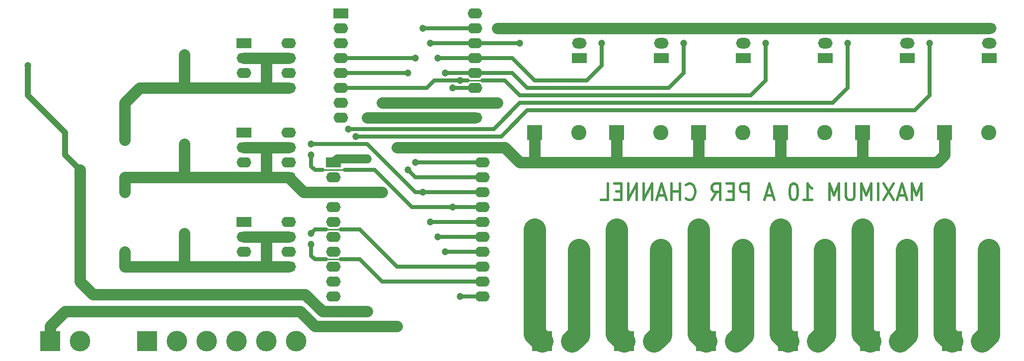
<source format=gbr>
G04 #@! TF.GenerationSoftware,KiCad,Pcbnew,(5.1.10)-1*
G04 #@! TF.CreationDate,2021-10-04T14:19:23-03:00*
G04 #@! TF.ProjectId,ESP-relay_6ch,4553502d-7265-46c6-9179-5f3663682e6b,rev?*
G04 #@! TF.SameCoordinates,Original*
G04 #@! TF.FileFunction,Copper,L2,Bot*
G04 #@! TF.FilePolarity,Positive*
%FSLAX46Y46*%
G04 Gerber Fmt 4.6, Leading zero omitted, Abs format (unit mm)*
G04 Created by KiCad (PCBNEW (5.1.10)-1) date 2021-10-04 14:19:23*
%MOMM*%
%LPD*%
G01*
G04 APERTURE LIST*
G04 #@! TA.AperFunction,NonConductor*
%ADD10C,0.400000*%
G04 #@! TD*
G04 #@! TA.AperFunction,ComponentPad*
%ADD11C,3.500000*%
G04 #@! TD*
G04 #@! TA.AperFunction,ComponentPad*
%ADD12R,3.500000X3.500000*%
G04 #@! TD*
G04 #@! TA.AperFunction,ComponentPad*
%ADD13C,2.600000*%
G04 #@! TD*
G04 #@! TA.AperFunction,ComponentPad*
%ADD14R,2.600000X2.600000*%
G04 #@! TD*
G04 #@! TA.AperFunction,ComponentPad*
%ADD15O,2.500000X1.750000*%
G04 #@! TD*
G04 #@! TA.AperFunction,ComponentPad*
%ADD16R,2.500000X1.750000*%
G04 #@! TD*
G04 #@! TA.AperFunction,ComponentPad*
%ADD17C,2.500000*%
G04 #@! TD*
G04 #@! TA.AperFunction,ComponentPad*
%ADD18R,2.500000X1.800000*%
G04 #@! TD*
G04 #@! TA.AperFunction,ComponentPad*
%ADD19O,2.500000X1.800000*%
G04 #@! TD*
G04 #@! TA.AperFunction,ViaPad*
%ADD20C,1.200000*%
G04 #@! TD*
G04 #@! TA.AperFunction,Conductor*
%ADD21C,1.905000*%
G04 #@! TD*
G04 #@! TA.AperFunction,Conductor*
%ADD22C,1.016000*%
G04 #@! TD*
G04 #@! TA.AperFunction,Conductor*
%ADD23C,1.524000*%
G04 #@! TD*
G04 #@! TA.AperFunction,Conductor*
%ADD24C,0.635000*%
G04 #@! TD*
G04 #@! TA.AperFunction,Conductor*
%ADD25C,0.254000*%
G04 #@! TD*
G04 #@! TA.AperFunction,Conductor*
%ADD26C,3.810000*%
G04 #@! TD*
G04 APERTURE END LIST*
D10*
X220817857Y-99056666D02*
X220817857Y-96256666D01*
X219984523Y-98256666D01*
X219151190Y-96256666D01*
X219151190Y-99056666D01*
X218079761Y-98256666D02*
X216889285Y-98256666D01*
X218317857Y-99056666D02*
X217484523Y-96256666D01*
X216651190Y-99056666D01*
X216055952Y-96256666D02*
X214389285Y-99056666D01*
X214389285Y-96256666D02*
X216055952Y-99056666D01*
X213436904Y-99056666D02*
X213436904Y-96256666D01*
X212246428Y-99056666D02*
X212246428Y-96256666D01*
X211413095Y-98256666D01*
X210579761Y-96256666D01*
X210579761Y-99056666D01*
X209389285Y-96256666D02*
X209389285Y-98523333D01*
X209270238Y-98790000D01*
X209151190Y-98923333D01*
X208913095Y-99056666D01*
X208436904Y-99056666D01*
X208198809Y-98923333D01*
X208079761Y-98790000D01*
X207960714Y-98523333D01*
X207960714Y-96256666D01*
X206770238Y-99056666D02*
X206770238Y-96256666D01*
X205936904Y-98256666D01*
X205103571Y-96256666D01*
X205103571Y-99056666D01*
X200698809Y-99056666D02*
X202127380Y-99056666D01*
X201413095Y-99056666D02*
X201413095Y-96256666D01*
X201651190Y-96656666D01*
X201889285Y-96923333D01*
X202127380Y-97056666D01*
X199151190Y-96256666D02*
X198913095Y-96256666D01*
X198675000Y-96390000D01*
X198555952Y-96523333D01*
X198436904Y-96790000D01*
X198317857Y-97323333D01*
X198317857Y-97990000D01*
X198436904Y-98523333D01*
X198555952Y-98790000D01*
X198675000Y-98923333D01*
X198913095Y-99056666D01*
X199151190Y-99056666D01*
X199389285Y-98923333D01*
X199508333Y-98790000D01*
X199627380Y-98523333D01*
X199746428Y-97990000D01*
X199746428Y-97323333D01*
X199627380Y-96790000D01*
X199508333Y-96523333D01*
X199389285Y-96390000D01*
X199151190Y-96256666D01*
X195460714Y-98256666D02*
X194270238Y-98256666D01*
X195698809Y-99056666D02*
X194865476Y-96256666D01*
X194032142Y-99056666D01*
X191294047Y-99056666D02*
X191294047Y-96256666D01*
X190341666Y-96256666D01*
X190103571Y-96390000D01*
X189984523Y-96523333D01*
X189865476Y-96790000D01*
X189865476Y-97190000D01*
X189984523Y-97456666D01*
X190103571Y-97590000D01*
X190341666Y-97723333D01*
X191294047Y-97723333D01*
X188794047Y-97590000D02*
X187960714Y-97590000D01*
X187603571Y-99056666D02*
X188794047Y-99056666D01*
X188794047Y-96256666D01*
X187603571Y-96256666D01*
X185103571Y-99056666D02*
X185936904Y-97723333D01*
X186532142Y-99056666D02*
X186532142Y-96256666D01*
X185579761Y-96256666D01*
X185341666Y-96390000D01*
X185222619Y-96523333D01*
X185103571Y-96790000D01*
X185103571Y-97190000D01*
X185222619Y-97456666D01*
X185341666Y-97590000D01*
X185579761Y-97723333D01*
X186532142Y-97723333D01*
X180698809Y-98790000D02*
X180817857Y-98923333D01*
X181175000Y-99056666D01*
X181413095Y-99056666D01*
X181770238Y-98923333D01*
X182008333Y-98656666D01*
X182127380Y-98390000D01*
X182246428Y-97856666D01*
X182246428Y-97456666D01*
X182127380Y-96923333D01*
X182008333Y-96656666D01*
X181770238Y-96390000D01*
X181413095Y-96256666D01*
X181175000Y-96256666D01*
X180817857Y-96390000D01*
X180698809Y-96523333D01*
X179627380Y-99056666D02*
X179627380Y-96256666D01*
X179627380Y-97590000D02*
X178198809Y-97590000D01*
X178198809Y-99056666D02*
X178198809Y-96256666D01*
X177127380Y-98256666D02*
X175936904Y-98256666D01*
X177365476Y-99056666D02*
X176532142Y-96256666D01*
X175698809Y-99056666D01*
X174865476Y-99056666D02*
X174865476Y-96256666D01*
X173436904Y-99056666D01*
X173436904Y-96256666D01*
X172246428Y-99056666D02*
X172246428Y-96256666D01*
X170817857Y-99056666D01*
X170817857Y-96256666D01*
X169627380Y-97590000D02*
X168794047Y-97590000D01*
X168436904Y-99056666D02*
X169627380Y-99056666D01*
X169627380Y-96256666D01*
X168436904Y-96256666D01*
X166175000Y-99056666D02*
X167365476Y-99056666D01*
X167365476Y-96256666D01*
D11*
G04 #@! TO.P,J2,6*
G04 #@! TO.N,Net-(J2-Pad6)*
X114300000Y-123190000D03*
G04 #@! TO.P,J2,5*
G04 #@! TO.N,Net-(J2-Pad5)*
X109220000Y-123190000D03*
G04 #@! TO.P,J2,4*
G04 #@! TO.N,Net-(J2-Pad4)*
X104140000Y-123190000D03*
G04 #@! TO.P,J2,3*
G04 #@! TO.N,Net-(J2-Pad3)*
X99060000Y-123190000D03*
G04 #@! TO.P,J2,2*
G04 #@! TO.N,Net-(J2-Pad2)*
X93980000Y-123190000D03*
D12*
G04 #@! TO.P,J2,1*
G04 #@! TO.N,Net-(J2-Pad1)*
X88900000Y-123190000D03*
G04 #@! TD*
D13*
G04 #@! TO.P,K1,4*
G04 #@! TO.N,Net-(D11-Pad1)*
X162440000Y-87630000D03*
D11*
G04 #@! TO.P,K1,3*
G04 #@! TO.N,Net-(J3-Pad2)*
X162440000Y-107630000D03*
G04 #@! TO.P,K1,2*
G04 #@! TO.N,Net-(J3-Pad1)*
X154940000Y-104130000D03*
D14*
G04 #@! TO.P,K1,1*
G04 #@! TO.N,+24V*
X154940000Y-87630000D03*
G04 #@! TD*
D15*
G04 #@! TO.P,U3,16*
G04 #@! TO.N,Net-(U3-Pad16)*
X144780000Y-67310000D03*
G04 #@! TO.P,U3,15*
G04 #@! TO.N,/32-GPI35*
X144780000Y-69850000D03*
G04 #@! TO.P,U3,14*
G04 #@! TO.N,/32-GPIO33*
X144780000Y-72390000D03*
G04 #@! TO.P,U3,13*
G04 #@! TO.N,/32-GPIO32*
X144780000Y-74930000D03*
G04 #@! TO.P,U3,12*
G04 #@! TO.N,/32-GPIO16*
X144780000Y-77470000D03*
G04 #@! TO.P,U3,11*
G04 #@! TO.N,/32-GPI34*
X144780000Y-80010000D03*
G04 #@! TO.P,U3,10*
G04 #@! TO.N,GNDREF*
X144780000Y-82550000D03*
G04 #@! TO.P,U3,9*
G04 #@! TO.N,+5V*
X144780000Y-85090000D03*
G04 #@! TO.P,U3,8*
G04 #@! TO.N,+3V3*
X121920000Y-85090000D03*
G04 #@! TO.P,U3,7*
G04 #@! TO.N,Net-(U3-Pad7)*
X121920000Y-82550000D03*
G04 #@! TO.P,U3,6*
G04 #@! TO.N,/32-GPIO13*
X121920000Y-80010000D03*
G04 #@! TO.P,U3,5*
G04 #@! TO.N,/32-GPI36*
X121920000Y-77470000D03*
G04 #@! TO.P,U3,4*
G04 #@! TO.N,/32-GPI39*
X121920000Y-74930000D03*
G04 #@! TO.P,U3,3*
G04 #@! TO.N,Net-(U3-Pad3)*
X121920000Y-72390000D03*
D16*
G04 #@! TO.P,U3,1*
G04 #@! TO.N,Net-(U3-Pad1)*
X121920000Y-67310000D03*
D15*
G04 #@! TO.P,U3,2*
G04 #@! TO.N,Net-(U3-Pad2)*
X121920000Y-69850000D03*
G04 #@! TD*
D17*
G04 #@! TO.P,RV1,2*
G04 #@! TO.N,Net-(J3-Pad2)*
X162440000Y-114430000D03*
G04 #@! TO.P,RV1,1*
G04 #@! TO.N,Net-(J3-Pad1)*
X154940000Y-113030000D03*
G04 #@! TD*
D12*
G04 #@! TO.P,J3,1*
G04 #@! TO.N,Net-(J3-Pad1)*
X156210000Y-123190000D03*
D11*
G04 #@! TO.P,J3,2*
G04 #@! TO.N,Net-(J3-Pad2)*
X161290000Y-123190000D03*
G04 #@! TD*
D12*
G04 #@! TO.P,J1,1*
G04 #@! TO.N,+24V*
X72390000Y-123190000D03*
D11*
G04 #@! TO.P,J1,2*
G04 #@! TO.N,GNDREF*
X77470000Y-123190000D03*
G04 #@! TD*
D15*
G04 #@! TO.P,U2,17*
G04 #@! TO.N,/32-GPI34*
X146050000Y-100330000D03*
G04 #@! TO.P,U2,18*
G04 #@! TO.N,/32-GPI35*
X146050000Y-97790000D03*
G04 #@! TO.P,U2,10*
G04 #@! TO.N,Net-(U2-Pad10)*
X120650000Y-115570000D03*
G04 #@! TO.P,U2,9*
G04 #@! TO.N,/32-GPIO4*
X120650000Y-113030000D03*
G04 #@! TO.P,U2,16*
G04 #@! TO.N,/32-GPIO33*
X146050000Y-102870000D03*
G04 #@! TO.P,U2,15*
G04 #@! TO.N,/32-GPIO32*
X146050000Y-105410000D03*
G04 #@! TO.P,U2,14*
G04 #@! TO.N,/32-GPIO16*
X146050000Y-107950000D03*
G04 #@! TO.P,U2,13*
G04 #@! TO.N,/32-GPIO15*
X146050000Y-110490000D03*
G04 #@! TO.P,U2,12*
G04 #@! TO.N,/32-GPIO14*
X146050000Y-113030000D03*
G04 #@! TO.P,U2,11*
G04 #@! TO.N,/32-GPIO13*
X146050000Y-115570000D03*
G04 #@! TO.P,U2,20*
G04 #@! TO.N,/32-GPI39*
X146050000Y-92710000D03*
G04 #@! TO.P,U2,19*
G04 #@! TO.N,/32-GPI36*
X146050000Y-95250000D03*
G04 #@! TO.P,U2,8*
G04 #@! TO.N,Net-(U2-Pad8)*
X120650000Y-110490000D03*
G04 #@! TO.P,U2,7*
G04 #@! TO.N,/32-GPIO2*
X120650000Y-107950000D03*
G04 #@! TO.P,U2,6*
G04 #@! TO.N,Net-(U2-Pad6)*
X120650000Y-105410000D03*
G04 #@! TO.P,U2,5*
G04 #@! TO.N,Net-(U2-Pad5)*
X120650000Y-102870000D03*
G04 #@! TO.P,U2,4*
G04 #@! TO.N,Net-(U2-Pad4)*
X120650000Y-100330000D03*
G04 #@! TO.P,U2,3*
G04 #@! TO.N,GNDREF*
X120650000Y-97790000D03*
D16*
G04 #@! TO.P,U2,1*
G04 #@! TO.N,+5V*
X120650000Y-92710000D03*
D15*
G04 #@! TO.P,U2,2*
G04 #@! TO.N,+3V3*
X120650000Y-95250000D03*
G04 #@! TD*
D12*
G04 #@! TO.P,J4,1*
G04 #@! TO.N,Net-(J4-Pad1)*
X170180000Y-123190000D03*
D11*
G04 #@! TO.P,J4,2*
G04 #@! TO.N,Net-(J4-Pad2)*
X175260000Y-123190000D03*
G04 #@! TD*
D12*
G04 #@! TO.P,J5,1*
G04 #@! TO.N,Net-(J5-Pad1)*
X184150000Y-123190000D03*
D11*
G04 #@! TO.P,J5,2*
G04 #@! TO.N,Net-(J5-Pad2)*
X189230000Y-123190000D03*
G04 #@! TD*
D12*
G04 #@! TO.P,J6,1*
G04 #@! TO.N,Net-(J6-Pad1)*
X198120000Y-123190000D03*
D11*
G04 #@! TO.P,J6,2*
G04 #@! TO.N,Net-(J6-Pad2)*
X203200000Y-123190000D03*
G04 #@! TD*
D12*
G04 #@! TO.P,J7,1*
G04 #@! TO.N,Net-(J7-Pad1)*
X212090000Y-123190000D03*
D11*
G04 #@! TO.P,J7,2*
G04 #@! TO.N,Net-(J7-Pad2)*
X217170000Y-123190000D03*
G04 #@! TD*
D12*
G04 #@! TO.P,J8,1*
G04 #@! TO.N,Net-(J8-Pad1)*
X226060000Y-123190000D03*
D11*
G04 #@! TO.P,J8,2*
G04 #@! TO.N,Net-(J8-Pad2)*
X231140000Y-123190000D03*
G04 #@! TD*
D13*
G04 #@! TO.P,K2,4*
G04 #@! TO.N,Net-(D13-Pad1)*
X176410000Y-87630000D03*
D11*
G04 #@! TO.P,K2,3*
G04 #@! TO.N,Net-(J4-Pad2)*
X176410000Y-107630000D03*
G04 #@! TO.P,K2,2*
G04 #@! TO.N,Net-(J4-Pad1)*
X168910000Y-104130000D03*
D14*
G04 #@! TO.P,K2,1*
G04 #@! TO.N,+24V*
X168910000Y-87630000D03*
G04 #@! TD*
D13*
G04 #@! TO.P,K3,4*
G04 #@! TO.N,Net-(D15-Pad1)*
X190380000Y-87630000D03*
D11*
G04 #@! TO.P,K3,3*
G04 #@! TO.N,Net-(J5-Pad2)*
X190380000Y-107630000D03*
G04 #@! TO.P,K3,2*
G04 #@! TO.N,Net-(J5-Pad1)*
X182880000Y-104130000D03*
D14*
G04 #@! TO.P,K3,1*
G04 #@! TO.N,+24V*
X182880000Y-87630000D03*
G04 #@! TD*
D13*
G04 #@! TO.P,K4,4*
G04 #@! TO.N,Net-(D17-Pad1)*
X204350000Y-87630000D03*
D11*
G04 #@! TO.P,K4,3*
G04 #@! TO.N,Net-(J6-Pad2)*
X204350000Y-107630000D03*
G04 #@! TO.P,K4,2*
G04 #@! TO.N,Net-(J6-Pad1)*
X196850000Y-104130000D03*
D14*
G04 #@! TO.P,K4,1*
G04 #@! TO.N,+24V*
X196850000Y-87630000D03*
G04 #@! TD*
D13*
G04 #@! TO.P,K5,4*
G04 #@! TO.N,Net-(D19-Pad1)*
X218320000Y-87630000D03*
D11*
G04 #@! TO.P,K5,3*
G04 #@! TO.N,Net-(J7-Pad2)*
X218320000Y-107630000D03*
G04 #@! TO.P,K5,2*
G04 #@! TO.N,Net-(J7-Pad1)*
X210820000Y-104130000D03*
D14*
G04 #@! TO.P,K5,1*
G04 #@! TO.N,+24V*
X210820000Y-87630000D03*
G04 #@! TD*
D13*
G04 #@! TO.P,K6,4*
G04 #@! TO.N,Net-(D21-Pad1)*
X232290000Y-87630000D03*
D11*
G04 #@! TO.P,K6,3*
G04 #@! TO.N,Net-(J8-Pad2)*
X232290000Y-107630000D03*
G04 #@! TO.P,K6,2*
G04 #@! TO.N,Net-(J8-Pad1)*
X224790000Y-104130000D03*
D14*
G04 #@! TO.P,K6,1*
G04 #@! TO.N,+24V*
X224790000Y-87630000D03*
G04 #@! TD*
D17*
G04 #@! TO.P,RV2,2*
G04 #@! TO.N,Net-(J4-Pad2)*
X176410000Y-114430000D03*
G04 #@! TO.P,RV2,1*
G04 #@! TO.N,Net-(J4-Pad1)*
X168910000Y-113030000D03*
G04 #@! TD*
G04 #@! TO.P,RV3,2*
G04 #@! TO.N,Net-(J5-Pad2)*
X190380000Y-114430000D03*
G04 #@! TO.P,RV3,1*
G04 #@! TO.N,Net-(J5-Pad1)*
X182880000Y-113030000D03*
G04 #@! TD*
G04 #@! TO.P,RV4,2*
G04 #@! TO.N,Net-(J6-Pad2)*
X204350000Y-114430000D03*
G04 #@! TO.P,RV4,1*
G04 #@! TO.N,Net-(J6-Pad1)*
X196850000Y-113030000D03*
G04 #@! TD*
G04 #@! TO.P,RV5,2*
G04 #@! TO.N,Net-(J7-Pad2)*
X218320000Y-114430000D03*
G04 #@! TO.P,RV5,1*
G04 #@! TO.N,Net-(J7-Pad1)*
X210820000Y-113030000D03*
G04 #@! TD*
G04 #@! TO.P,RV6,2*
G04 #@! TO.N,Net-(J8-Pad2)*
X232290000Y-114430000D03*
G04 #@! TO.P,RV6,1*
G04 #@! TO.N,Net-(J8-Pad1)*
X224790000Y-113030000D03*
G04 #@! TD*
D18*
G04 #@! TO.P,Q1,1*
G04 #@! TO.N,Net-(D11-Pad1)*
X162560000Y-74930000D03*
D19*
G04 #@! TO.P,Q1,3*
G04 #@! TO.N,GNDREF*
X162560000Y-69850000D03*
G04 #@! TO.P,Q1,2*
G04 #@! TO.N,Net-(Q1-Pad2)*
X162560000Y-72390000D03*
G04 #@! TD*
G04 #@! TO.P,Q2,2*
G04 #@! TO.N,Net-(Q2-Pad2)*
X176530000Y-72390000D03*
G04 #@! TO.P,Q2,3*
G04 #@! TO.N,GNDREF*
X176530000Y-69850000D03*
D18*
G04 #@! TO.P,Q2,1*
G04 #@! TO.N,Net-(D13-Pad1)*
X176530000Y-74930000D03*
G04 #@! TD*
D19*
G04 #@! TO.P,Q3,2*
G04 #@! TO.N,Net-(Q3-Pad2)*
X190500000Y-72390000D03*
G04 #@! TO.P,Q3,3*
G04 #@! TO.N,GNDREF*
X190500000Y-69850000D03*
D18*
G04 #@! TO.P,Q3,1*
G04 #@! TO.N,Net-(D15-Pad1)*
X190500000Y-74930000D03*
G04 #@! TD*
G04 #@! TO.P,Q4,1*
G04 #@! TO.N,Net-(D17-Pad1)*
X204470000Y-74930000D03*
D19*
G04 #@! TO.P,Q4,3*
G04 #@! TO.N,GNDREF*
X204470000Y-69850000D03*
G04 #@! TO.P,Q4,2*
G04 #@! TO.N,Net-(Q4-Pad2)*
X204470000Y-72390000D03*
G04 #@! TD*
G04 #@! TO.P,Q5,2*
G04 #@! TO.N,Net-(Q5-Pad2)*
X218440000Y-72390000D03*
G04 #@! TO.P,Q5,3*
G04 #@! TO.N,GNDREF*
X218440000Y-69850000D03*
D18*
G04 #@! TO.P,Q5,1*
G04 #@! TO.N,Net-(D19-Pad1)*
X218440000Y-74930000D03*
G04 #@! TD*
G04 #@! TO.P,Q6,1*
G04 #@! TO.N,Net-(D21-Pad1)*
X232410000Y-74930000D03*
D19*
G04 #@! TO.P,Q6,3*
G04 #@! TO.N,GNDREF*
X232410000Y-69850000D03*
G04 #@! TO.P,Q6,2*
G04 #@! TO.N,Net-(Q6-Pad2)*
X232410000Y-72390000D03*
G04 #@! TD*
D16*
G04 #@! TO.P,U4,1*
G04 #@! TO.N,Net-(D5-Pad2)*
X105410000Y-72390000D03*
D15*
G04 #@! TO.P,U4,5*
G04 #@! TO.N,GNDREF*
X113030000Y-80010000D03*
G04 #@! TO.P,U4,2*
X105410000Y-74930000D03*
G04 #@! TO.P,U4,6*
G04 #@! TO.N,/32-GPI36*
X113030000Y-77470000D03*
G04 #@! TO.P,U4,3*
G04 #@! TO.N,Net-(D6-Pad2)*
X105410000Y-77470000D03*
G04 #@! TO.P,U4,7*
G04 #@! TO.N,GNDREF*
X113030000Y-74930000D03*
G04 #@! TO.P,U4,4*
X105410000Y-80010000D03*
G04 #@! TO.P,U4,8*
G04 #@! TO.N,/32-GPI39*
X113030000Y-72390000D03*
G04 #@! TD*
G04 #@! TO.P,U5,8*
G04 #@! TO.N,/32-GPI35*
X113030000Y-87630000D03*
G04 #@! TO.P,U5,4*
G04 #@! TO.N,GNDREF*
X105410000Y-95250000D03*
G04 #@! TO.P,U5,7*
X113030000Y-90170000D03*
G04 #@! TO.P,U5,3*
G04 #@! TO.N,Net-(D8-Pad2)*
X105410000Y-92710000D03*
G04 #@! TO.P,U5,6*
G04 #@! TO.N,/32-GPI34*
X113030000Y-92710000D03*
G04 #@! TO.P,U5,2*
G04 #@! TO.N,GNDREF*
X105410000Y-90170000D03*
G04 #@! TO.P,U5,5*
X113030000Y-95250000D03*
D16*
G04 #@! TO.P,U5,1*
G04 #@! TO.N,Net-(D7-Pad2)*
X105410000Y-87630000D03*
G04 #@! TD*
G04 #@! TO.P,U6,1*
G04 #@! TO.N,Net-(D9-Pad2)*
X105410000Y-102870000D03*
D15*
G04 #@! TO.P,U6,5*
G04 #@! TO.N,GNDREF*
X113030000Y-110490000D03*
G04 #@! TO.P,U6,2*
X105410000Y-105410000D03*
G04 #@! TO.P,U6,6*
G04 #@! TO.N,/32-GPIO14*
X113030000Y-107950000D03*
G04 #@! TO.P,U6,3*
G04 #@! TO.N,Net-(D10-Pad2)*
X105410000Y-107950000D03*
G04 #@! TO.P,U6,7*
G04 #@! TO.N,GNDREF*
X113030000Y-105410000D03*
G04 #@! TO.P,U6,4*
X105410000Y-110490000D03*
G04 #@! TO.P,U6,8*
G04 #@! TO.N,/32-GPIO15*
X113030000Y-102870000D03*
G04 #@! TD*
D20*
G04 #@! TO.N,GNDREF*
X148590000Y-69850000D03*
X148590000Y-82550000D03*
X85090000Y-110490000D03*
X85090000Y-95250000D03*
X85090000Y-86360000D03*
X95250000Y-89535000D03*
X95250000Y-74295000D03*
X95250000Y-104775000D03*
X85090000Y-88900000D03*
X85090000Y-97790000D03*
X85090000Y-107950000D03*
X128905000Y-82550000D03*
X128905000Y-97790000D03*
G04 #@! TO.N,+24V*
X131445000Y-90170000D03*
X131445000Y-120650000D03*
G04 #@! TO.N,+5V*
X68580000Y-76200000D03*
X77470000Y-93980000D03*
X126365000Y-85090000D03*
X126365000Y-118110000D03*
X126365000Y-92075000D03*
G04 #@! TO.N,/32-GPI34*
X140970000Y-80010000D03*
X140970000Y-100330000D03*
X116840000Y-91440000D03*
G04 #@! TO.N,/32-GPI36*
X133350000Y-77470000D03*
X133350000Y-93980000D03*
G04 #@! TO.N,/32-GPI35*
X135890000Y-97790000D03*
X135890000Y-69850000D03*
X116840000Y-89535000D03*
G04 #@! TO.N,/32-GPI39*
X134620000Y-92710000D03*
X134620000Y-74930000D03*
G04 #@! TO.N,/32-GPIO14*
X116840000Y-106680000D03*
G04 #@! TO.N,/32-GPIO15*
X116840000Y-104775000D03*
G04 #@! TO.N,/32-GPIO2*
X208280000Y-72390000D03*
X123190000Y-86995000D03*
G04 #@! TO.N,/32-GPIO4*
X222250000Y-72390000D03*
X124460000Y-88265000D03*
G04 #@! TO.N,/32-GPIO13*
X194310000Y-72390000D03*
X142240000Y-115570000D03*
X142240000Y-78740000D03*
G04 #@! TO.N,/32-GPIO16*
X180340000Y-72390000D03*
X139700000Y-77470000D03*
X139700000Y-107950000D03*
G04 #@! TO.N,/32-GPIO33*
X152400000Y-72390000D03*
X137160000Y-72390000D03*
X137160000Y-102870000D03*
G04 #@! TO.N,/32-GPIO32*
X166370000Y-72390000D03*
X138430000Y-74930000D03*
X138430000Y-105410000D03*
G04 #@! TD*
D21*
G04 #@! TO.N,GNDREF*
X232410000Y-69850000D02*
X218440000Y-69850000D01*
X218440000Y-69850000D02*
X204470000Y-69850000D01*
X204470000Y-69850000D02*
X190500000Y-69850000D01*
X190500000Y-69850000D02*
X176530000Y-69850000D01*
X176530000Y-69850000D02*
X162560000Y-69850000D01*
X115570000Y-97790000D02*
X113030000Y-95250000D01*
X120650000Y-97790000D02*
X115570000Y-97790000D01*
X162560000Y-69850000D02*
X148590000Y-69850000D01*
X148590000Y-82550000D02*
X144780000Y-82550000D01*
X109220000Y-105410000D02*
X109220000Y-110490000D01*
X109220000Y-110490000D02*
X105410000Y-110490000D01*
X113030000Y-110490000D02*
X109220000Y-110490000D01*
X113030000Y-105410000D02*
X109220000Y-105410000D01*
X109220000Y-105410000D02*
X105410000Y-105410000D01*
X109220000Y-74930000D02*
X109220000Y-80010000D01*
X113030000Y-80010000D02*
X109220000Y-80010000D01*
X109220000Y-80010000D02*
X105410000Y-80010000D01*
X113030000Y-74930000D02*
X109220000Y-74930000D01*
X109220000Y-74930000D02*
X105410000Y-74930000D01*
X109220000Y-90170000D02*
X109220000Y-95250000D01*
X109220000Y-95250000D02*
X105410000Y-95250000D01*
X113030000Y-95250000D02*
X109220000Y-95250000D01*
X113030000Y-90170000D02*
X109220000Y-90170000D01*
X109220000Y-90170000D02*
X105410000Y-90170000D01*
X85090000Y-82550000D02*
X85090000Y-86360000D01*
X87630000Y-80010000D02*
X85090000Y-82550000D01*
X95250000Y-109855000D02*
X95885000Y-110490000D01*
X95250000Y-104775000D02*
X95250000Y-109855000D01*
X95885000Y-110490000D02*
X85090000Y-110490000D01*
X105410000Y-110490000D02*
X95885000Y-110490000D01*
X95250000Y-89535000D02*
X95250000Y-94615000D01*
X95885000Y-95250000D02*
X85090000Y-95250000D01*
X95250000Y-94615000D02*
X95885000Y-95250000D01*
X105410000Y-95250000D02*
X95885000Y-95250000D01*
X95250000Y-74295000D02*
X95250000Y-80010000D01*
X95250000Y-80010000D02*
X87630000Y-80010000D01*
X105410000Y-80010000D02*
X95250000Y-80010000D01*
X85090000Y-86360000D02*
X85090000Y-88900000D01*
X85090000Y-97790000D02*
X85090000Y-95250000D01*
X144780000Y-82550000D02*
X128905000Y-82550000D01*
X128905000Y-97790000D02*
X120650000Y-97790000D01*
X85090000Y-107950000D02*
X85090000Y-110490000D01*
G04 #@! TO.N,+24V*
X224790000Y-87630000D02*
X224790000Y-91440000D01*
X224790000Y-91440000D02*
X223520000Y-92710000D01*
X168910000Y-87630000D02*
X168910000Y-92710000D01*
X182880000Y-87630000D02*
X182880000Y-92710000D01*
X182880000Y-92710000D02*
X168910000Y-92710000D01*
X196850000Y-87630000D02*
X196850000Y-92710000D01*
X196850000Y-92710000D02*
X182880000Y-92710000D01*
X210820000Y-87630000D02*
X210820000Y-92710000D01*
X210820000Y-92710000D02*
X196850000Y-92710000D01*
X223520000Y-92710000D02*
X210820000Y-92710000D01*
X154940000Y-87630000D02*
X154940000Y-92710000D01*
X168910000Y-92710000D02*
X154940000Y-92710000D01*
X149860000Y-90170000D02*
X152400000Y-92710000D01*
X131445000Y-90170000D02*
X149860000Y-90170000D01*
X152400000Y-92710000D02*
X154940000Y-92710000D01*
X74930000Y-118110000D02*
X72390000Y-120650000D01*
X72390000Y-120650000D02*
X72390000Y-123190000D01*
X114935000Y-118110000D02*
X74930000Y-118110000D01*
X117475000Y-120650000D02*
X114935000Y-118110000D01*
X131445000Y-120650000D02*
X117475000Y-120650000D01*
D22*
G04 #@! TO.N,+5V*
X74930000Y-91440000D02*
X74930000Y-87630000D01*
X68580000Y-81280000D02*
X68580000Y-76200000D01*
X74930000Y-87630000D02*
X68580000Y-81280000D01*
D21*
X144780000Y-85090000D02*
X126365000Y-85090000D01*
X79629010Y-115189010D02*
X77470000Y-113030000D01*
X115824010Y-115189010D02*
X79629010Y-115189010D01*
X118745000Y-118110000D02*
X115824010Y-115189010D01*
X77470000Y-113030000D02*
X77470000Y-93980000D01*
X126365000Y-118110000D02*
X118745000Y-118110000D01*
D23*
X121285000Y-92075000D02*
X126365000Y-92075000D01*
X120650000Y-92710000D02*
X121285000Y-92075000D01*
D22*
X77470000Y-93980000D02*
X74930000Y-91440000D01*
D24*
G04 #@! TO.N,/32-GPI34*
X144780000Y-80010000D02*
X140970000Y-80010000D01*
X140970000Y-100330000D02*
X146050000Y-100330000D01*
X140970000Y-100330000D02*
X133985000Y-100330000D01*
X133985000Y-100330000D02*
X127635000Y-93980000D01*
X127635000Y-93980000D02*
X122555000Y-93980000D01*
D25*
X122555000Y-93980000D02*
X118745000Y-93980000D01*
D24*
X116840000Y-91440000D02*
X116840000Y-93345000D01*
X116840000Y-93345000D02*
X117475000Y-93980000D01*
X117475000Y-93980000D02*
X118745000Y-93980000D01*
G04 #@! TO.N,/32-GPI36*
X133350000Y-77470000D02*
X121920000Y-77470000D01*
X134620000Y-95250000D02*
X133350000Y-93980000D01*
X146050000Y-95250000D02*
X134620000Y-95250000D01*
G04 #@! TO.N,/32-GPI35*
X135890000Y-97790000D02*
X146050000Y-97790000D01*
X144780000Y-69850000D02*
X135890000Y-69850000D01*
X134620000Y-97790000D02*
X135890000Y-97790000D01*
X126365000Y-89535000D02*
X134620000Y-97790000D01*
X116840000Y-89535000D02*
X126365000Y-89535000D01*
G04 #@! TO.N,/32-GPI39*
X146050000Y-92710000D02*
X134620000Y-92710000D01*
X134620000Y-74930000D02*
X121920000Y-74930000D01*
G04 #@! TO.N,/32-GPIO14*
X146050000Y-113030000D02*
X128905000Y-113030000D01*
X128905000Y-113030000D02*
X125095000Y-109220000D01*
X125095000Y-109220000D02*
X121920000Y-109220000D01*
D25*
X121920000Y-109220000D02*
X119380000Y-109220000D01*
D24*
X117475000Y-109220000D02*
X119380000Y-109220000D01*
X116840000Y-108585000D02*
X117475000Y-109220000D01*
X116840000Y-106680000D02*
X116840000Y-108585000D01*
G04 #@! TO.N,/32-GPIO15*
X146050000Y-110490000D02*
X131445000Y-110490000D01*
X131445000Y-110490000D02*
X125095000Y-104140000D01*
X125095000Y-104140000D02*
X121920000Y-104140000D01*
D25*
X121920000Y-104140000D02*
X119380000Y-104140000D01*
D24*
X117475000Y-104140000D02*
X116840000Y-104775000D01*
X119380000Y-104140000D02*
X117475000Y-104140000D01*
G04 #@! TO.N,/32-GPIO2*
X205740000Y-82550000D02*
X208280000Y-80010000D01*
X208280000Y-80010000D02*
X208280000Y-72390000D01*
X152400000Y-82550000D02*
X205740000Y-82550000D01*
X147955000Y-86995000D02*
X152400000Y-82550000D01*
X123190000Y-86995000D02*
X147955000Y-86995000D01*
G04 #@! TO.N,/32-GPIO4*
X149225000Y-88265000D02*
X124460000Y-88265000D01*
X153670000Y-83820000D02*
X149225000Y-88265000D01*
X219710000Y-83820000D02*
X153670000Y-83820000D01*
X222250000Y-81280000D02*
X219710000Y-83820000D01*
X222250000Y-72390000D02*
X222250000Y-81280000D01*
D25*
G04 #@! TO.N,/32-GPIO13*
X143510000Y-78740000D02*
X146050000Y-78740000D01*
D24*
X146050000Y-115570000D02*
X142240000Y-115570000D01*
X142240000Y-78740000D02*
X143510000Y-78740000D01*
X137795000Y-78740000D02*
X142240000Y-78740000D01*
X136525000Y-80010000D02*
X137795000Y-78740000D01*
X121920000Y-80010000D02*
X136525000Y-80010000D01*
X149860000Y-78740000D02*
X146050000Y-78740000D01*
X152400000Y-81280000D02*
X149860000Y-78740000D01*
X191770000Y-81280000D02*
X152400000Y-81280000D01*
X194310000Y-78740000D02*
X191770000Y-81280000D01*
X194310000Y-72390000D02*
X194310000Y-78740000D01*
G04 #@! TO.N,/32-GPIO16*
X144780000Y-77470000D02*
X139700000Y-77470000D01*
X139700000Y-107950000D02*
X146050000Y-107950000D01*
X151130000Y-77470000D02*
X144780000Y-77470000D01*
X153670000Y-80010000D02*
X151130000Y-77470000D01*
X177800000Y-80010000D02*
X153670000Y-80010000D01*
X180340000Y-77470000D02*
X177800000Y-80010000D01*
X180340000Y-72390000D02*
X180340000Y-77470000D01*
G04 #@! TO.N,/32-GPIO33*
X152400000Y-72390000D02*
X144780000Y-72390000D01*
X144780000Y-72390000D02*
X137160000Y-72390000D01*
X137160000Y-102870000D02*
X146050000Y-102870000D01*
G04 #@! TO.N,/32-GPIO32*
X144780000Y-74930000D02*
X138430000Y-74930000D01*
X138430000Y-105410000D02*
X146050000Y-105410000D01*
X151130000Y-74930000D02*
X144780000Y-74930000D01*
X163830000Y-78740000D02*
X154940000Y-78740000D01*
X166370000Y-76200000D02*
X163830000Y-78740000D01*
X154940000Y-78740000D02*
X151130000Y-74930000D01*
X166370000Y-72390000D02*
X166370000Y-76200000D01*
D26*
G04 #@! TO.N,Net-(J3-Pad2)*
X162440000Y-114430000D02*
X162440000Y-122040000D01*
X162440000Y-122040000D02*
X161290000Y-123190000D01*
X162440000Y-107630000D02*
X162440000Y-114430000D01*
G04 #@! TO.N,Net-(J3-Pad1)*
X154940000Y-121920000D02*
X156210000Y-123190000D01*
X154940000Y-113030000D02*
X154940000Y-121920000D01*
X154940000Y-104130000D02*
X154940000Y-113030000D01*
G04 #@! TO.N,Net-(J4-Pad2)*
X176410000Y-114430000D02*
X176410000Y-122040000D01*
X176410000Y-122040000D02*
X175260000Y-123190000D01*
X176410000Y-107630000D02*
X176410000Y-114430000D01*
G04 #@! TO.N,Net-(J4-Pad1)*
X168910000Y-113030000D02*
X168910000Y-121920000D01*
X168910000Y-121920000D02*
X170180000Y-123190000D01*
X168910000Y-104130000D02*
X168910000Y-113030000D01*
G04 #@! TO.N,Net-(J5-Pad1)*
X182880000Y-121920000D02*
X184150000Y-123190000D01*
X182880000Y-113030000D02*
X182880000Y-121920000D01*
X182880000Y-104130000D02*
X182880000Y-113030000D01*
G04 #@! TO.N,Net-(J5-Pad2)*
X190380000Y-122040000D02*
X189230000Y-123190000D01*
X190380000Y-114430000D02*
X190380000Y-122040000D01*
X190380000Y-107630000D02*
X190380000Y-114430000D01*
G04 #@! TO.N,Net-(J6-Pad2)*
X204350000Y-114430000D02*
X204350000Y-122040000D01*
X204350000Y-122040000D02*
X203200000Y-123190000D01*
X204350000Y-107630000D02*
X204350000Y-114430000D01*
G04 #@! TO.N,Net-(J6-Pad1)*
X196850000Y-121920000D02*
X198120000Y-123190000D01*
X196850000Y-113030000D02*
X196850000Y-121920000D01*
X196850000Y-104130000D02*
X196850000Y-113030000D01*
G04 #@! TO.N,Net-(J7-Pad1)*
X210820000Y-113030000D02*
X210820000Y-121920000D01*
X210820000Y-121920000D02*
X212090000Y-123190000D01*
X210820000Y-104130000D02*
X210820000Y-113030000D01*
G04 #@! TO.N,Net-(J7-Pad2)*
X218320000Y-114430000D02*
X218320000Y-122040000D01*
X218320000Y-122040000D02*
X217170000Y-123190000D01*
X218320000Y-107630000D02*
X218320000Y-114430000D01*
G04 #@! TO.N,Net-(J8-Pad2)*
X232290000Y-114430000D02*
X232290000Y-122040000D01*
X232290000Y-122040000D02*
X231140000Y-123190000D01*
X232290000Y-107630000D02*
X232290000Y-114430000D01*
G04 #@! TO.N,Net-(J8-Pad1)*
X224790000Y-113030000D02*
X224790000Y-121920000D01*
X224790000Y-121920000D02*
X226060000Y-123190000D01*
X224790000Y-104130000D02*
X224790000Y-113030000D01*
G04 #@! TD*
M02*

</source>
